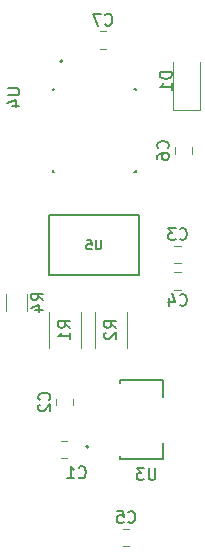
<source format=gbr>
%TF.GenerationSoftware,KiCad,Pcbnew,8.0.3-1.fc40*%
%TF.CreationDate,2024-06-24T14:15:41-04:00*%
%TF.ProjectId,OS42Micro,4f533432-4d69-4637-926f-2e6b69636164,rev?*%
%TF.SameCoordinates,Original*%
%TF.FileFunction,Legend,Bot*%
%TF.FilePolarity,Positive*%
%FSLAX46Y46*%
G04 Gerber Fmt 4.6, Leading zero omitted, Abs format (unit mm)*
G04 Created by KiCad (PCBNEW 8.0.3-1.fc40) date 2024-06-24 14:15:41*
%MOMM*%
%LPD*%
G01*
G04 APERTURE LIST*
%ADD10C,0.150000*%
%ADD11C,0.120000*%
%ADD12C,0.127000*%
%ADD13C,0.200000*%
G04 APERTURE END LIST*
D10*
X144916666Y-104029580D02*
X144964285Y-104077200D01*
X144964285Y-104077200D02*
X145107142Y-104124819D01*
X145107142Y-104124819D02*
X145202380Y-104124819D01*
X145202380Y-104124819D02*
X145345237Y-104077200D01*
X145345237Y-104077200D02*
X145440475Y-103981961D01*
X145440475Y-103981961D02*
X145488094Y-103886723D01*
X145488094Y-103886723D02*
X145535713Y-103696247D01*
X145535713Y-103696247D02*
X145535713Y-103553390D01*
X145535713Y-103553390D02*
X145488094Y-103362914D01*
X145488094Y-103362914D02*
X145440475Y-103267676D01*
X145440475Y-103267676D02*
X145345237Y-103172438D01*
X145345237Y-103172438D02*
X145202380Y-103124819D01*
X145202380Y-103124819D02*
X145107142Y-103124819D01*
X145107142Y-103124819D02*
X144964285Y-103172438D01*
X144964285Y-103172438D02*
X144916666Y-103220057D01*
X144583332Y-103124819D02*
X143916666Y-103124819D01*
X143916666Y-103124819D02*
X144345237Y-104124819D01*
X140179580Y-135833333D02*
X140227200Y-135785714D01*
X140227200Y-135785714D02*
X140274819Y-135642857D01*
X140274819Y-135642857D02*
X140274819Y-135547619D01*
X140274819Y-135547619D02*
X140227200Y-135404762D01*
X140227200Y-135404762D02*
X140131961Y-135309524D01*
X140131961Y-135309524D02*
X140036723Y-135261905D01*
X140036723Y-135261905D02*
X139846247Y-135214286D01*
X139846247Y-135214286D02*
X139703390Y-135214286D01*
X139703390Y-135214286D02*
X139512914Y-135261905D01*
X139512914Y-135261905D02*
X139417676Y-135309524D01*
X139417676Y-135309524D02*
X139322438Y-135404762D01*
X139322438Y-135404762D02*
X139274819Y-135547619D01*
X139274819Y-135547619D02*
X139274819Y-135642857D01*
X139274819Y-135642857D02*
X139322438Y-135785714D01*
X139322438Y-135785714D02*
X139370057Y-135833333D01*
X139370057Y-136214286D02*
X139322438Y-136261905D01*
X139322438Y-136261905D02*
X139274819Y-136357143D01*
X139274819Y-136357143D02*
X139274819Y-136595238D01*
X139274819Y-136595238D02*
X139322438Y-136690476D01*
X139322438Y-136690476D02*
X139370057Y-136738095D01*
X139370057Y-136738095D02*
X139465295Y-136785714D01*
X139465295Y-136785714D02*
X139560533Y-136785714D01*
X139560533Y-136785714D02*
X139703390Y-136738095D01*
X139703390Y-136738095D02*
X140274819Y-136166667D01*
X140274819Y-136166667D02*
X140274819Y-136785714D01*
X139674819Y-127383333D02*
X139198628Y-127050000D01*
X139674819Y-126811905D02*
X138674819Y-126811905D01*
X138674819Y-126811905D02*
X138674819Y-127192857D01*
X138674819Y-127192857D02*
X138722438Y-127288095D01*
X138722438Y-127288095D02*
X138770057Y-127335714D01*
X138770057Y-127335714D02*
X138865295Y-127383333D01*
X138865295Y-127383333D02*
X139008152Y-127383333D01*
X139008152Y-127383333D02*
X139103390Y-127335714D01*
X139103390Y-127335714D02*
X139151009Y-127288095D01*
X139151009Y-127288095D02*
X139198628Y-127192857D01*
X139198628Y-127192857D02*
X139198628Y-126811905D01*
X139008152Y-128240476D02*
X139674819Y-128240476D01*
X138627200Y-128002381D02*
X139341485Y-127764286D01*
X139341485Y-127764286D02*
X139341485Y-128383333D01*
X150229580Y-114533333D02*
X150277200Y-114485714D01*
X150277200Y-114485714D02*
X150324819Y-114342857D01*
X150324819Y-114342857D02*
X150324819Y-114247619D01*
X150324819Y-114247619D02*
X150277200Y-114104762D01*
X150277200Y-114104762D02*
X150181961Y-114009524D01*
X150181961Y-114009524D02*
X150086723Y-113961905D01*
X150086723Y-113961905D02*
X149896247Y-113914286D01*
X149896247Y-113914286D02*
X149753390Y-113914286D01*
X149753390Y-113914286D02*
X149562914Y-113961905D01*
X149562914Y-113961905D02*
X149467676Y-114009524D01*
X149467676Y-114009524D02*
X149372438Y-114104762D01*
X149372438Y-114104762D02*
X149324819Y-114247619D01*
X149324819Y-114247619D02*
X149324819Y-114342857D01*
X149324819Y-114342857D02*
X149372438Y-114485714D01*
X149372438Y-114485714D02*
X149420057Y-114533333D01*
X149324819Y-115390476D02*
X149324819Y-115200000D01*
X149324819Y-115200000D02*
X149372438Y-115104762D01*
X149372438Y-115104762D02*
X149420057Y-115057143D01*
X149420057Y-115057143D02*
X149562914Y-114961905D01*
X149562914Y-114961905D02*
X149753390Y-114914286D01*
X149753390Y-114914286D02*
X150134342Y-114914286D01*
X150134342Y-114914286D02*
X150229580Y-114961905D01*
X150229580Y-114961905D02*
X150277200Y-115009524D01*
X150277200Y-115009524D02*
X150324819Y-115104762D01*
X150324819Y-115104762D02*
X150324819Y-115295238D01*
X150324819Y-115295238D02*
X150277200Y-115390476D01*
X150277200Y-115390476D02*
X150229580Y-115438095D01*
X150229580Y-115438095D02*
X150134342Y-115485714D01*
X150134342Y-115485714D02*
X149896247Y-115485714D01*
X149896247Y-115485714D02*
X149801009Y-115438095D01*
X149801009Y-115438095D02*
X149753390Y-115390476D01*
X149753390Y-115390476D02*
X149705771Y-115295238D01*
X149705771Y-115295238D02*
X149705771Y-115104762D01*
X149705771Y-115104762D02*
X149753390Y-115009524D01*
X149753390Y-115009524D02*
X149801009Y-114961905D01*
X149801009Y-114961905D02*
X149896247Y-114914286D01*
X150554819Y-108061905D02*
X149554819Y-108061905D01*
X149554819Y-108061905D02*
X149554819Y-108300000D01*
X149554819Y-108300000D02*
X149602438Y-108442857D01*
X149602438Y-108442857D02*
X149697676Y-108538095D01*
X149697676Y-108538095D02*
X149792914Y-108585714D01*
X149792914Y-108585714D02*
X149983390Y-108633333D01*
X149983390Y-108633333D02*
X150126247Y-108633333D01*
X150126247Y-108633333D02*
X150316723Y-108585714D01*
X150316723Y-108585714D02*
X150411961Y-108538095D01*
X150411961Y-108538095D02*
X150507200Y-108442857D01*
X150507200Y-108442857D02*
X150554819Y-108300000D01*
X150554819Y-108300000D02*
X150554819Y-108061905D01*
X150554819Y-109585714D02*
X150554819Y-109014286D01*
X150554819Y-109300000D02*
X149554819Y-109300000D01*
X149554819Y-109300000D02*
X149697676Y-109204762D01*
X149697676Y-109204762D02*
X149792914Y-109109524D01*
X149792914Y-109109524D02*
X149840533Y-109014286D01*
X149174404Y-141589819D02*
X149174404Y-142399342D01*
X149174404Y-142399342D02*
X149126785Y-142494580D01*
X149126785Y-142494580D02*
X149079166Y-142542200D01*
X149079166Y-142542200D02*
X148983928Y-142589819D01*
X148983928Y-142589819D02*
X148793452Y-142589819D01*
X148793452Y-142589819D02*
X148698214Y-142542200D01*
X148698214Y-142542200D02*
X148650595Y-142494580D01*
X148650595Y-142494580D02*
X148602976Y-142399342D01*
X148602976Y-142399342D02*
X148602976Y-141589819D01*
X148222023Y-141589819D02*
X147602976Y-141589819D01*
X147602976Y-141589819D02*
X147936309Y-141970771D01*
X147936309Y-141970771D02*
X147793452Y-141970771D01*
X147793452Y-141970771D02*
X147698214Y-142018390D01*
X147698214Y-142018390D02*
X147650595Y-142066009D01*
X147650595Y-142066009D02*
X147602976Y-142161247D01*
X147602976Y-142161247D02*
X147602976Y-142399342D01*
X147602976Y-142399342D02*
X147650595Y-142494580D01*
X147650595Y-142494580D02*
X147698214Y-142542200D01*
X147698214Y-142542200D02*
X147793452Y-142589819D01*
X147793452Y-142589819D02*
X148079166Y-142589819D01*
X148079166Y-142589819D02*
X148174404Y-142542200D01*
X148174404Y-142542200D02*
X148222023Y-142494580D01*
X141954819Y-129733333D02*
X141478628Y-129400000D01*
X141954819Y-129161905D02*
X140954819Y-129161905D01*
X140954819Y-129161905D02*
X140954819Y-129542857D01*
X140954819Y-129542857D02*
X141002438Y-129638095D01*
X141002438Y-129638095D02*
X141050057Y-129685714D01*
X141050057Y-129685714D02*
X141145295Y-129733333D01*
X141145295Y-129733333D02*
X141288152Y-129733333D01*
X141288152Y-129733333D02*
X141383390Y-129685714D01*
X141383390Y-129685714D02*
X141431009Y-129638095D01*
X141431009Y-129638095D02*
X141478628Y-129542857D01*
X141478628Y-129542857D02*
X141478628Y-129161905D01*
X141954819Y-130685714D02*
X141954819Y-130114286D01*
X141954819Y-130400000D02*
X140954819Y-130400000D01*
X140954819Y-130400000D02*
X141097676Y-130304762D01*
X141097676Y-130304762D02*
X141192914Y-130209524D01*
X141192914Y-130209524D02*
X141240533Y-130114286D01*
X144559925Y-122299065D02*
X144559925Y-122936486D01*
X144559925Y-122936486D02*
X144522430Y-123011476D01*
X144522430Y-123011476D02*
X144484934Y-123048972D01*
X144484934Y-123048972D02*
X144409944Y-123086467D01*
X144409944Y-123086467D02*
X144259962Y-123086467D01*
X144259962Y-123086467D02*
X144184972Y-123048972D01*
X144184972Y-123048972D02*
X144147476Y-123011476D01*
X144147476Y-123011476D02*
X144109981Y-122936486D01*
X144109981Y-122936486D02*
X144109981Y-122299065D01*
X143360075Y-122299065D02*
X143735028Y-122299065D01*
X143735028Y-122299065D02*
X143772523Y-122674018D01*
X143772523Y-122674018D02*
X143735028Y-122636523D01*
X143735028Y-122636523D02*
X143660037Y-122599028D01*
X143660037Y-122599028D02*
X143472561Y-122599028D01*
X143472561Y-122599028D02*
X143397570Y-122636523D01*
X143397570Y-122636523D02*
X143360075Y-122674018D01*
X143360075Y-122674018D02*
X143322579Y-122749009D01*
X143322579Y-122749009D02*
X143322579Y-122936486D01*
X143322579Y-122936486D02*
X143360075Y-123011476D01*
X143360075Y-123011476D02*
X143397570Y-123048972D01*
X143397570Y-123048972D02*
X143472561Y-123086467D01*
X143472561Y-123086467D02*
X143660037Y-123086467D01*
X143660037Y-123086467D02*
X143735028Y-123048972D01*
X143735028Y-123048972D02*
X143772523Y-123011476D01*
X151216666Y-127759580D02*
X151264285Y-127807200D01*
X151264285Y-127807200D02*
X151407142Y-127854819D01*
X151407142Y-127854819D02*
X151502380Y-127854819D01*
X151502380Y-127854819D02*
X151645237Y-127807200D01*
X151645237Y-127807200D02*
X151740475Y-127711961D01*
X151740475Y-127711961D02*
X151788094Y-127616723D01*
X151788094Y-127616723D02*
X151835713Y-127426247D01*
X151835713Y-127426247D02*
X151835713Y-127283390D01*
X151835713Y-127283390D02*
X151788094Y-127092914D01*
X151788094Y-127092914D02*
X151740475Y-126997676D01*
X151740475Y-126997676D02*
X151645237Y-126902438D01*
X151645237Y-126902438D02*
X151502380Y-126854819D01*
X151502380Y-126854819D02*
X151407142Y-126854819D01*
X151407142Y-126854819D02*
X151264285Y-126902438D01*
X151264285Y-126902438D02*
X151216666Y-126950057D01*
X150359523Y-127188152D02*
X150359523Y-127854819D01*
X150597618Y-126807200D02*
X150835713Y-127521485D01*
X150835713Y-127521485D02*
X150216666Y-127521485D01*
X136664819Y-109443095D02*
X137474342Y-109443095D01*
X137474342Y-109443095D02*
X137569580Y-109490714D01*
X137569580Y-109490714D02*
X137617200Y-109538333D01*
X137617200Y-109538333D02*
X137664819Y-109633571D01*
X137664819Y-109633571D02*
X137664819Y-109824047D01*
X137664819Y-109824047D02*
X137617200Y-109919285D01*
X137617200Y-109919285D02*
X137569580Y-109966904D01*
X137569580Y-109966904D02*
X137474342Y-110014523D01*
X137474342Y-110014523D02*
X136664819Y-110014523D01*
X136998152Y-110919285D02*
X137664819Y-110919285D01*
X136617200Y-110681190D02*
X137331485Y-110443095D01*
X137331485Y-110443095D02*
X137331485Y-111062142D01*
X146866666Y-146129580D02*
X146914285Y-146177200D01*
X146914285Y-146177200D02*
X147057142Y-146224819D01*
X147057142Y-146224819D02*
X147152380Y-146224819D01*
X147152380Y-146224819D02*
X147295237Y-146177200D01*
X147295237Y-146177200D02*
X147390475Y-146081961D01*
X147390475Y-146081961D02*
X147438094Y-145986723D01*
X147438094Y-145986723D02*
X147485713Y-145796247D01*
X147485713Y-145796247D02*
X147485713Y-145653390D01*
X147485713Y-145653390D02*
X147438094Y-145462914D01*
X147438094Y-145462914D02*
X147390475Y-145367676D01*
X147390475Y-145367676D02*
X147295237Y-145272438D01*
X147295237Y-145272438D02*
X147152380Y-145224819D01*
X147152380Y-145224819D02*
X147057142Y-145224819D01*
X147057142Y-145224819D02*
X146914285Y-145272438D01*
X146914285Y-145272438D02*
X146866666Y-145320057D01*
X145961904Y-145224819D02*
X146438094Y-145224819D01*
X146438094Y-145224819D02*
X146485713Y-145701009D01*
X146485713Y-145701009D02*
X146438094Y-145653390D01*
X146438094Y-145653390D02*
X146342856Y-145605771D01*
X146342856Y-145605771D02*
X146104761Y-145605771D01*
X146104761Y-145605771D02*
X146009523Y-145653390D01*
X146009523Y-145653390D02*
X145961904Y-145701009D01*
X145961904Y-145701009D02*
X145914285Y-145796247D01*
X145914285Y-145796247D02*
X145914285Y-146034342D01*
X145914285Y-146034342D02*
X145961904Y-146129580D01*
X145961904Y-146129580D02*
X146009523Y-146177200D01*
X146009523Y-146177200D02*
X146104761Y-146224819D01*
X146104761Y-146224819D02*
X146342856Y-146224819D01*
X146342856Y-146224819D02*
X146438094Y-146177200D01*
X146438094Y-146177200D02*
X146485713Y-146129580D01*
X142666666Y-142359580D02*
X142714285Y-142407200D01*
X142714285Y-142407200D02*
X142857142Y-142454819D01*
X142857142Y-142454819D02*
X142952380Y-142454819D01*
X142952380Y-142454819D02*
X143095237Y-142407200D01*
X143095237Y-142407200D02*
X143190475Y-142311961D01*
X143190475Y-142311961D02*
X143238094Y-142216723D01*
X143238094Y-142216723D02*
X143285713Y-142026247D01*
X143285713Y-142026247D02*
X143285713Y-141883390D01*
X143285713Y-141883390D02*
X143238094Y-141692914D01*
X143238094Y-141692914D02*
X143190475Y-141597676D01*
X143190475Y-141597676D02*
X143095237Y-141502438D01*
X143095237Y-141502438D02*
X142952380Y-141454819D01*
X142952380Y-141454819D02*
X142857142Y-141454819D01*
X142857142Y-141454819D02*
X142714285Y-141502438D01*
X142714285Y-141502438D02*
X142666666Y-141550057D01*
X141714285Y-142454819D02*
X142285713Y-142454819D01*
X141999999Y-142454819D02*
X141999999Y-141454819D01*
X141999999Y-141454819D02*
X142095237Y-141597676D01*
X142095237Y-141597676D02*
X142190475Y-141692914D01*
X142190475Y-141692914D02*
X142285713Y-141740533D01*
X145854819Y-129733333D02*
X145378628Y-129400000D01*
X145854819Y-129161905D02*
X144854819Y-129161905D01*
X144854819Y-129161905D02*
X144854819Y-129542857D01*
X144854819Y-129542857D02*
X144902438Y-129638095D01*
X144902438Y-129638095D02*
X144950057Y-129685714D01*
X144950057Y-129685714D02*
X145045295Y-129733333D01*
X145045295Y-129733333D02*
X145188152Y-129733333D01*
X145188152Y-129733333D02*
X145283390Y-129685714D01*
X145283390Y-129685714D02*
X145331009Y-129638095D01*
X145331009Y-129638095D02*
X145378628Y-129542857D01*
X145378628Y-129542857D02*
X145378628Y-129161905D01*
X144950057Y-130114286D02*
X144902438Y-130161905D01*
X144902438Y-130161905D02*
X144854819Y-130257143D01*
X144854819Y-130257143D02*
X144854819Y-130495238D01*
X144854819Y-130495238D02*
X144902438Y-130590476D01*
X144902438Y-130590476D02*
X144950057Y-130638095D01*
X144950057Y-130638095D02*
X145045295Y-130685714D01*
X145045295Y-130685714D02*
X145140533Y-130685714D01*
X145140533Y-130685714D02*
X145283390Y-130638095D01*
X145283390Y-130638095D02*
X145854819Y-130066667D01*
X145854819Y-130066667D02*
X145854819Y-130685714D01*
X151216666Y-122179580D02*
X151264285Y-122227200D01*
X151264285Y-122227200D02*
X151407142Y-122274819D01*
X151407142Y-122274819D02*
X151502380Y-122274819D01*
X151502380Y-122274819D02*
X151645237Y-122227200D01*
X151645237Y-122227200D02*
X151740475Y-122131961D01*
X151740475Y-122131961D02*
X151788094Y-122036723D01*
X151788094Y-122036723D02*
X151835713Y-121846247D01*
X151835713Y-121846247D02*
X151835713Y-121703390D01*
X151835713Y-121703390D02*
X151788094Y-121512914D01*
X151788094Y-121512914D02*
X151740475Y-121417676D01*
X151740475Y-121417676D02*
X151645237Y-121322438D01*
X151645237Y-121322438D02*
X151502380Y-121274819D01*
X151502380Y-121274819D02*
X151407142Y-121274819D01*
X151407142Y-121274819D02*
X151264285Y-121322438D01*
X151264285Y-121322438D02*
X151216666Y-121370057D01*
X150883332Y-121274819D02*
X150264285Y-121274819D01*
X150264285Y-121274819D02*
X150597618Y-121655771D01*
X150597618Y-121655771D02*
X150454761Y-121655771D01*
X150454761Y-121655771D02*
X150359523Y-121703390D01*
X150359523Y-121703390D02*
X150311904Y-121751009D01*
X150311904Y-121751009D02*
X150264285Y-121846247D01*
X150264285Y-121846247D02*
X150264285Y-122084342D01*
X150264285Y-122084342D02*
X150311904Y-122179580D01*
X150311904Y-122179580D02*
X150359523Y-122227200D01*
X150359523Y-122227200D02*
X150454761Y-122274819D01*
X150454761Y-122274819D02*
X150740475Y-122274819D01*
X150740475Y-122274819D02*
X150835713Y-122227200D01*
X150835713Y-122227200D02*
X150883332Y-122179580D01*
D11*
%TO.C,C7*%
X144488748Y-104615000D02*
X145011252Y-104615000D01*
X144488748Y-106085000D02*
X145011252Y-106085000D01*
%TO.C,C2*%
X140765000Y-136261252D02*
X140765000Y-135738748D01*
X142235000Y-136261252D02*
X142235000Y-135738748D01*
%TO.C,R4*%
X136490000Y-126822936D02*
X136490000Y-128277064D01*
X138310000Y-126822936D02*
X138310000Y-128277064D01*
%TO.C,C6*%
X150815000Y-114961252D02*
X150815000Y-114438748D01*
X152285000Y-114961252D02*
X152285000Y-114438748D01*
%TO.C,D1*%
X150665000Y-107200000D02*
X150665000Y-111260000D01*
X150665000Y-111260000D02*
X152935000Y-111260000D01*
X152935000Y-111260000D02*
X152935000Y-107200000D01*
D12*
%TO.C,U3*%
X146150000Y-134150000D02*
X149850000Y-134150000D01*
X146150000Y-134400000D02*
X146150000Y-134150000D01*
X146150000Y-140600000D02*
X146150000Y-140850000D01*
X146150000Y-140850000D02*
X149850000Y-140850000D01*
X149850000Y-134150000D02*
X149850000Y-135550000D01*
X149850000Y-140850000D02*
X149850000Y-139450000D01*
D13*
X143500000Y-139800000D02*
G75*
G02*
X143300000Y-139800000I-100000J0D01*
G01*
X143300000Y-139800000D02*
G75*
G02*
X143500000Y-139800000I100000J0D01*
G01*
D11*
%TO.C,R1*%
X140140000Y-128372936D02*
X140140000Y-131427064D01*
X142860000Y-128372936D02*
X142860000Y-131427064D01*
D12*
%TO.C,U5*%
X140150000Y-120190000D02*
X147770000Y-120190000D01*
X140150000Y-125270000D02*
X140150000Y-120190000D01*
X147770000Y-120190000D02*
X147770000Y-125270000D01*
X147770000Y-125270000D02*
X140150000Y-125270000D01*
D11*
%TO.C,C4*%
X150788748Y-125015000D02*
X151311252Y-125015000D01*
X150788748Y-126485000D02*
X151311252Y-126485000D01*
D12*
%TO.C,U4*%
X140500000Y-109605000D02*
X140500000Y-109500000D01*
X140500000Y-116395000D02*
X140500000Y-116500000D01*
X140605000Y-109500000D02*
X140500000Y-109500000D01*
X140605000Y-116500000D02*
X140500000Y-116500000D01*
X147395000Y-109500000D02*
X147500000Y-109500000D01*
X147395000Y-116500000D02*
X147500000Y-116500000D01*
X147500000Y-109605000D02*
X147500000Y-109500000D01*
X147500000Y-116395000D02*
X147500000Y-116500000D01*
D13*
X141300000Y-107160000D02*
G75*
G02*
X141100000Y-107160000I-100000J0D01*
G01*
X141100000Y-107160000D02*
G75*
G02*
X141300000Y-107160000I100000J0D01*
G01*
D11*
%TO.C,C5*%
X146438748Y-146715000D02*
X146961252Y-146715000D01*
X146438748Y-148185000D02*
X146961252Y-148185000D01*
%TO.C,C1*%
X141201248Y-139265000D02*
X141723752Y-139265000D01*
X141201248Y-140735000D02*
X141723752Y-140735000D01*
%TO.C,R2*%
X144040000Y-131427064D02*
X144040000Y-128372936D01*
X146760000Y-131427064D02*
X146760000Y-128372936D01*
%TO.C,C3*%
X150788748Y-122765000D02*
X151311252Y-122765000D01*
X150788748Y-124235000D02*
X151311252Y-124235000D01*
%TD*%
M02*

</source>
